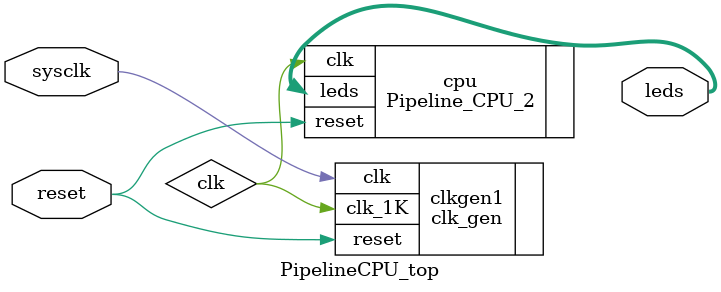
<source format=v>
`timescale 1ns / 1ps


module PipelineCPU_top(
    input sysclk,
    input reset,
    output [11:0] leds
    );

    wire clk;
    
    clk_gen clkgen1(
        .clk (sysclk),
        .reset  (reset),
        .clk_1K (clk)
    );
    
    Pipeline_CPU_2  cpu(
        .clk    (clk),
        .reset  (reset),
        .leds   (leds)
    );
    
endmodule

</source>
